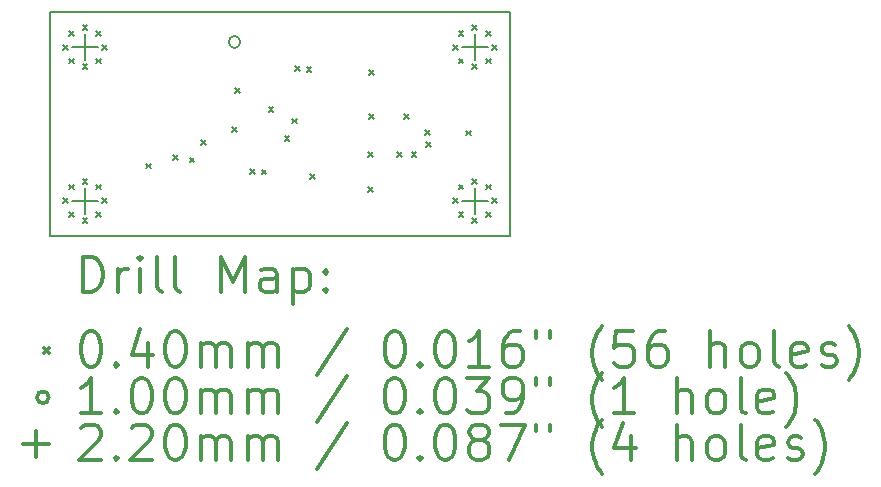
<source format=gbr>
%FSLAX45Y45*%
G04 Gerber Fmt 4.5, Leading zero omitted, Abs format (unit mm)*
G04 Created by KiCad (PCBNEW (5.1.5-0)) date 2022-04-01 08:47:12*
%MOMM*%
%LPD*%
G04 APERTURE LIST*
%TA.AperFunction,Profile*%
%ADD10C,0.150000*%
%TD*%
%ADD11C,0.200000*%
%ADD12C,0.300000*%
G04 APERTURE END LIST*
D10*
X10000000Y-8100000D02*
X13900000Y-8100000D01*
X10000000Y-10000000D02*
X10000000Y-8100000D01*
X13900000Y-10000000D02*
X10000000Y-10000000D01*
X13900000Y-8100000D02*
X13900000Y-10000000D01*
D11*
X10815000Y-9385000D02*
X10855000Y-9425000D01*
X10855000Y-9385000D02*
X10815000Y-9425000D01*
X11045000Y-9315000D02*
X11085000Y-9355000D01*
X11085000Y-9315000D02*
X11045000Y-9355000D01*
X11185000Y-9335000D02*
X11225000Y-9375000D01*
X11225000Y-9335000D02*
X11185000Y-9375000D01*
X11285000Y-9185000D02*
X11325000Y-9225000D01*
X11325000Y-9185000D02*
X11285000Y-9225000D01*
X11542500Y-9077500D02*
X11582500Y-9117500D01*
X11582500Y-9077500D02*
X11542500Y-9117500D01*
X11572500Y-8745000D02*
X11612500Y-8785000D01*
X11612500Y-8745000D02*
X11572500Y-8785000D01*
X11700181Y-9430181D02*
X11740181Y-9470181D01*
X11740181Y-9430181D02*
X11700181Y-9470181D01*
X11795000Y-9435000D02*
X11835000Y-9475000D01*
X11835000Y-9435000D02*
X11795000Y-9475000D01*
X11855000Y-8905000D02*
X11895000Y-8945000D01*
X11895000Y-8905000D02*
X11855000Y-8945000D01*
X11990000Y-9155000D02*
X12030000Y-9195000D01*
X12030000Y-9155000D02*
X11990000Y-9195000D01*
X12055000Y-9005000D02*
X12095000Y-9045000D01*
X12095000Y-9005000D02*
X12055000Y-9045000D01*
X12076809Y-8557355D02*
X12116809Y-8597355D01*
X12116809Y-8557355D02*
X12076809Y-8597355D01*
X12175000Y-8565000D02*
X12215000Y-8605000D01*
X12215000Y-8565000D02*
X12175000Y-8605000D01*
X12205000Y-9475000D02*
X12245000Y-9515000D01*
X12245000Y-9475000D02*
X12205000Y-9515000D01*
X12695000Y-9285000D02*
X12735000Y-9325000D01*
X12735000Y-9285000D02*
X12695000Y-9325000D01*
X12695000Y-9585000D02*
X12735000Y-9625000D01*
X12735000Y-9585000D02*
X12695000Y-9625000D01*
X12705000Y-8595000D02*
X12745000Y-8635000D01*
X12745000Y-8595000D02*
X12705000Y-8635000D01*
X12705000Y-8965000D02*
X12745000Y-9005000D01*
X12745000Y-8965000D02*
X12705000Y-9005000D01*
X12940001Y-9285000D02*
X12980001Y-9325000D01*
X12980001Y-9285000D02*
X12940001Y-9325000D01*
X13000000Y-8965000D02*
X13040000Y-9005000D01*
X13040000Y-8965000D02*
X13000000Y-9005000D01*
X13065001Y-9285000D02*
X13105001Y-9325000D01*
X13105001Y-9285000D02*
X13065001Y-9325000D01*
X13180000Y-9100000D02*
X13220000Y-9140000D01*
X13220000Y-9100000D02*
X13180000Y-9140000D01*
X13185000Y-9200000D02*
X13225000Y-9240000D01*
X13225000Y-9200000D02*
X13185000Y-9240000D01*
X13525000Y-9105000D02*
X13565000Y-9145000D01*
X13565000Y-9105000D02*
X13525000Y-9145000D01*
X13415000Y-8380000D02*
X13455000Y-8420000D01*
X13455000Y-8380000D02*
X13415000Y-8420000D01*
X13463327Y-8263327D02*
X13503327Y-8303327D01*
X13503327Y-8263327D02*
X13463327Y-8303327D01*
X13463327Y-8496673D02*
X13503327Y-8536673D01*
X13503327Y-8496673D02*
X13463327Y-8536673D01*
X13580000Y-8215000D02*
X13620000Y-8255000D01*
X13620000Y-8215000D02*
X13580000Y-8255000D01*
X13580000Y-8545000D02*
X13620000Y-8585000D01*
X13620000Y-8545000D02*
X13580000Y-8585000D01*
X13696673Y-8263327D02*
X13736673Y-8303327D01*
X13736673Y-8263327D02*
X13696673Y-8303327D01*
X13696673Y-8496673D02*
X13736673Y-8536673D01*
X13736673Y-8496673D02*
X13696673Y-8536673D01*
X13745000Y-8380000D02*
X13785000Y-8420000D01*
X13785000Y-8380000D02*
X13745000Y-8420000D01*
X10115000Y-9680000D02*
X10155000Y-9720000D01*
X10155000Y-9680000D02*
X10115000Y-9720000D01*
X10163327Y-9563327D02*
X10203327Y-9603327D01*
X10203327Y-9563327D02*
X10163327Y-9603327D01*
X10163327Y-9796673D02*
X10203327Y-9836673D01*
X10203327Y-9796673D02*
X10163327Y-9836673D01*
X10280000Y-9515000D02*
X10320000Y-9555000D01*
X10320000Y-9515000D02*
X10280000Y-9555000D01*
X10280000Y-9845000D02*
X10320000Y-9885000D01*
X10320000Y-9845000D02*
X10280000Y-9885000D01*
X10396673Y-9563327D02*
X10436673Y-9603327D01*
X10436673Y-9563327D02*
X10396673Y-9603327D01*
X10396673Y-9796673D02*
X10436673Y-9836673D01*
X10436673Y-9796673D02*
X10396673Y-9836673D01*
X10445000Y-9680000D02*
X10485000Y-9720000D01*
X10485000Y-9680000D02*
X10445000Y-9720000D01*
X10115000Y-8380000D02*
X10155000Y-8420000D01*
X10155000Y-8380000D02*
X10115000Y-8420000D01*
X10163327Y-8263327D02*
X10203327Y-8303327D01*
X10203327Y-8263327D02*
X10163327Y-8303327D01*
X10163327Y-8496673D02*
X10203327Y-8536673D01*
X10203327Y-8496673D02*
X10163327Y-8536673D01*
X10280000Y-8215000D02*
X10320000Y-8255000D01*
X10320000Y-8215000D02*
X10280000Y-8255000D01*
X10280000Y-8545000D02*
X10320000Y-8585000D01*
X10320000Y-8545000D02*
X10280000Y-8585000D01*
X10396673Y-8263327D02*
X10436673Y-8303327D01*
X10436673Y-8263327D02*
X10396673Y-8303327D01*
X10396673Y-8496673D02*
X10436673Y-8536673D01*
X10436673Y-8496673D02*
X10396673Y-8536673D01*
X10445000Y-8380000D02*
X10485000Y-8420000D01*
X10485000Y-8380000D02*
X10445000Y-8420000D01*
X13415000Y-9680000D02*
X13455000Y-9720000D01*
X13455000Y-9680000D02*
X13415000Y-9720000D01*
X13463327Y-9563327D02*
X13503327Y-9603327D01*
X13503327Y-9563327D02*
X13463327Y-9603327D01*
X13463327Y-9796673D02*
X13503327Y-9836673D01*
X13503327Y-9796673D02*
X13463327Y-9836673D01*
X13580000Y-9515000D02*
X13620000Y-9555000D01*
X13620000Y-9515000D02*
X13580000Y-9555000D01*
X13580000Y-9845000D02*
X13620000Y-9885000D01*
X13620000Y-9845000D02*
X13580000Y-9885000D01*
X13696673Y-9563327D02*
X13736673Y-9603327D01*
X13736673Y-9563327D02*
X13696673Y-9603327D01*
X13696673Y-9796673D02*
X13736673Y-9836673D01*
X13736673Y-9796673D02*
X13696673Y-9836673D01*
X13745000Y-9680000D02*
X13785000Y-9720000D01*
X13785000Y-9680000D02*
X13745000Y-9720000D01*
X11615000Y-8355000D02*
G75*
G03X11615000Y-8355000I-50000J0D01*
G01*
X13600000Y-8290000D02*
X13600000Y-8510000D01*
X13490000Y-8400000D02*
X13710000Y-8400000D01*
X10300000Y-9590000D02*
X10300000Y-9810000D01*
X10190000Y-9700000D02*
X10410000Y-9700000D01*
X10300000Y-8290000D02*
X10300000Y-8510000D01*
X10190000Y-8400000D02*
X10410000Y-8400000D01*
X13600000Y-9590000D02*
X13600000Y-9810000D01*
X13490000Y-9700000D02*
X13710000Y-9700000D01*
D12*
X10278928Y-10473214D02*
X10278928Y-10173214D01*
X10350357Y-10173214D01*
X10393214Y-10187500D01*
X10421786Y-10216072D01*
X10436071Y-10244643D01*
X10450357Y-10301786D01*
X10450357Y-10344643D01*
X10436071Y-10401786D01*
X10421786Y-10430357D01*
X10393214Y-10458929D01*
X10350357Y-10473214D01*
X10278928Y-10473214D01*
X10578928Y-10473214D02*
X10578928Y-10273214D01*
X10578928Y-10330357D02*
X10593214Y-10301786D01*
X10607500Y-10287500D01*
X10636071Y-10273214D01*
X10664643Y-10273214D01*
X10764643Y-10473214D02*
X10764643Y-10273214D01*
X10764643Y-10173214D02*
X10750357Y-10187500D01*
X10764643Y-10201786D01*
X10778928Y-10187500D01*
X10764643Y-10173214D01*
X10764643Y-10201786D01*
X10950357Y-10473214D02*
X10921786Y-10458929D01*
X10907500Y-10430357D01*
X10907500Y-10173214D01*
X11107500Y-10473214D02*
X11078928Y-10458929D01*
X11064643Y-10430357D01*
X11064643Y-10173214D01*
X11450357Y-10473214D02*
X11450357Y-10173214D01*
X11550357Y-10387500D01*
X11650357Y-10173214D01*
X11650357Y-10473214D01*
X11921786Y-10473214D02*
X11921786Y-10316072D01*
X11907500Y-10287500D01*
X11878928Y-10273214D01*
X11821786Y-10273214D01*
X11793214Y-10287500D01*
X11921786Y-10458929D02*
X11893214Y-10473214D01*
X11821786Y-10473214D01*
X11793214Y-10458929D01*
X11778928Y-10430357D01*
X11778928Y-10401786D01*
X11793214Y-10373214D01*
X11821786Y-10358929D01*
X11893214Y-10358929D01*
X11921786Y-10344643D01*
X12064643Y-10273214D02*
X12064643Y-10573214D01*
X12064643Y-10287500D02*
X12093214Y-10273214D01*
X12150357Y-10273214D01*
X12178928Y-10287500D01*
X12193214Y-10301786D01*
X12207500Y-10330357D01*
X12207500Y-10416072D01*
X12193214Y-10444643D01*
X12178928Y-10458929D01*
X12150357Y-10473214D01*
X12093214Y-10473214D01*
X12064643Y-10458929D01*
X12336071Y-10444643D02*
X12350357Y-10458929D01*
X12336071Y-10473214D01*
X12321786Y-10458929D01*
X12336071Y-10444643D01*
X12336071Y-10473214D01*
X12336071Y-10287500D02*
X12350357Y-10301786D01*
X12336071Y-10316072D01*
X12321786Y-10301786D01*
X12336071Y-10287500D01*
X12336071Y-10316072D01*
X9952500Y-10947500D02*
X9992500Y-10987500D01*
X9992500Y-10947500D02*
X9952500Y-10987500D01*
X10336071Y-10803214D02*
X10364643Y-10803214D01*
X10393214Y-10817500D01*
X10407500Y-10831786D01*
X10421786Y-10860357D01*
X10436071Y-10917500D01*
X10436071Y-10988929D01*
X10421786Y-11046072D01*
X10407500Y-11074643D01*
X10393214Y-11088929D01*
X10364643Y-11103214D01*
X10336071Y-11103214D01*
X10307500Y-11088929D01*
X10293214Y-11074643D01*
X10278928Y-11046072D01*
X10264643Y-10988929D01*
X10264643Y-10917500D01*
X10278928Y-10860357D01*
X10293214Y-10831786D01*
X10307500Y-10817500D01*
X10336071Y-10803214D01*
X10564643Y-11074643D02*
X10578928Y-11088929D01*
X10564643Y-11103214D01*
X10550357Y-11088929D01*
X10564643Y-11074643D01*
X10564643Y-11103214D01*
X10836071Y-10903214D02*
X10836071Y-11103214D01*
X10764643Y-10788929D02*
X10693214Y-11003214D01*
X10878928Y-11003214D01*
X11050357Y-10803214D02*
X11078928Y-10803214D01*
X11107500Y-10817500D01*
X11121786Y-10831786D01*
X11136071Y-10860357D01*
X11150357Y-10917500D01*
X11150357Y-10988929D01*
X11136071Y-11046072D01*
X11121786Y-11074643D01*
X11107500Y-11088929D01*
X11078928Y-11103214D01*
X11050357Y-11103214D01*
X11021786Y-11088929D01*
X11007500Y-11074643D01*
X10993214Y-11046072D01*
X10978928Y-10988929D01*
X10978928Y-10917500D01*
X10993214Y-10860357D01*
X11007500Y-10831786D01*
X11021786Y-10817500D01*
X11050357Y-10803214D01*
X11278928Y-11103214D02*
X11278928Y-10903214D01*
X11278928Y-10931786D02*
X11293214Y-10917500D01*
X11321786Y-10903214D01*
X11364643Y-10903214D01*
X11393214Y-10917500D01*
X11407500Y-10946072D01*
X11407500Y-11103214D01*
X11407500Y-10946072D02*
X11421786Y-10917500D01*
X11450357Y-10903214D01*
X11493214Y-10903214D01*
X11521786Y-10917500D01*
X11536071Y-10946072D01*
X11536071Y-11103214D01*
X11678928Y-11103214D02*
X11678928Y-10903214D01*
X11678928Y-10931786D02*
X11693214Y-10917500D01*
X11721786Y-10903214D01*
X11764643Y-10903214D01*
X11793214Y-10917500D01*
X11807500Y-10946072D01*
X11807500Y-11103214D01*
X11807500Y-10946072D02*
X11821786Y-10917500D01*
X11850357Y-10903214D01*
X11893214Y-10903214D01*
X11921786Y-10917500D01*
X11936071Y-10946072D01*
X11936071Y-11103214D01*
X12521786Y-10788929D02*
X12264643Y-11174643D01*
X12907500Y-10803214D02*
X12936071Y-10803214D01*
X12964643Y-10817500D01*
X12978928Y-10831786D01*
X12993214Y-10860357D01*
X13007500Y-10917500D01*
X13007500Y-10988929D01*
X12993214Y-11046072D01*
X12978928Y-11074643D01*
X12964643Y-11088929D01*
X12936071Y-11103214D01*
X12907500Y-11103214D01*
X12878928Y-11088929D01*
X12864643Y-11074643D01*
X12850357Y-11046072D01*
X12836071Y-10988929D01*
X12836071Y-10917500D01*
X12850357Y-10860357D01*
X12864643Y-10831786D01*
X12878928Y-10817500D01*
X12907500Y-10803214D01*
X13136071Y-11074643D02*
X13150357Y-11088929D01*
X13136071Y-11103214D01*
X13121786Y-11088929D01*
X13136071Y-11074643D01*
X13136071Y-11103214D01*
X13336071Y-10803214D02*
X13364643Y-10803214D01*
X13393214Y-10817500D01*
X13407500Y-10831786D01*
X13421786Y-10860357D01*
X13436071Y-10917500D01*
X13436071Y-10988929D01*
X13421786Y-11046072D01*
X13407500Y-11074643D01*
X13393214Y-11088929D01*
X13364643Y-11103214D01*
X13336071Y-11103214D01*
X13307500Y-11088929D01*
X13293214Y-11074643D01*
X13278928Y-11046072D01*
X13264643Y-10988929D01*
X13264643Y-10917500D01*
X13278928Y-10860357D01*
X13293214Y-10831786D01*
X13307500Y-10817500D01*
X13336071Y-10803214D01*
X13721786Y-11103214D02*
X13550357Y-11103214D01*
X13636071Y-11103214D02*
X13636071Y-10803214D01*
X13607500Y-10846072D01*
X13578928Y-10874643D01*
X13550357Y-10888929D01*
X13978928Y-10803214D02*
X13921786Y-10803214D01*
X13893214Y-10817500D01*
X13878928Y-10831786D01*
X13850357Y-10874643D01*
X13836071Y-10931786D01*
X13836071Y-11046072D01*
X13850357Y-11074643D01*
X13864643Y-11088929D01*
X13893214Y-11103214D01*
X13950357Y-11103214D01*
X13978928Y-11088929D01*
X13993214Y-11074643D01*
X14007500Y-11046072D01*
X14007500Y-10974643D01*
X13993214Y-10946072D01*
X13978928Y-10931786D01*
X13950357Y-10917500D01*
X13893214Y-10917500D01*
X13864643Y-10931786D01*
X13850357Y-10946072D01*
X13836071Y-10974643D01*
X14121786Y-10803214D02*
X14121786Y-10860357D01*
X14236071Y-10803214D02*
X14236071Y-10860357D01*
X14678928Y-11217500D02*
X14664643Y-11203214D01*
X14636071Y-11160357D01*
X14621786Y-11131786D01*
X14607500Y-11088929D01*
X14593214Y-11017500D01*
X14593214Y-10960357D01*
X14607500Y-10888929D01*
X14621786Y-10846072D01*
X14636071Y-10817500D01*
X14664643Y-10774643D01*
X14678928Y-10760357D01*
X14936071Y-10803214D02*
X14793214Y-10803214D01*
X14778928Y-10946072D01*
X14793214Y-10931786D01*
X14821786Y-10917500D01*
X14893214Y-10917500D01*
X14921786Y-10931786D01*
X14936071Y-10946072D01*
X14950357Y-10974643D01*
X14950357Y-11046072D01*
X14936071Y-11074643D01*
X14921786Y-11088929D01*
X14893214Y-11103214D01*
X14821786Y-11103214D01*
X14793214Y-11088929D01*
X14778928Y-11074643D01*
X15207500Y-10803214D02*
X15150357Y-10803214D01*
X15121786Y-10817500D01*
X15107500Y-10831786D01*
X15078928Y-10874643D01*
X15064643Y-10931786D01*
X15064643Y-11046072D01*
X15078928Y-11074643D01*
X15093214Y-11088929D01*
X15121786Y-11103214D01*
X15178928Y-11103214D01*
X15207500Y-11088929D01*
X15221786Y-11074643D01*
X15236071Y-11046072D01*
X15236071Y-10974643D01*
X15221786Y-10946072D01*
X15207500Y-10931786D01*
X15178928Y-10917500D01*
X15121786Y-10917500D01*
X15093214Y-10931786D01*
X15078928Y-10946072D01*
X15064643Y-10974643D01*
X15593214Y-11103214D02*
X15593214Y-10803214D01*
X15721786Y-11103214D02*
X15721786Y-10946072D01*
X15707500Y-10917500D01*
X15678928Y-10903214D01*
X15636071Y-10903214D01*
X15607500Y-10917500D01*
X15593214Y-10931786D01*
X15907500Y-11103214D02*
X15878928Y-11088929D01*
X15864643Y-11074643D01*
X15850357Y-11046072D01*
X15850357Y-10960357D01*
X15864643Y-10931786D01*
X15878928Y-10917500D01*
X15907500Y-10903214D01*
X15950357Y-10903214D01*
X15978928Y-10917500D01*
X15993214Y-10931786D01*
X16007500Y-10960357D01*
X16007500Y-11046072D01*
X15993214Y-11074643D01*
X15978928Y-11088929D01*
X15950357Y-11103214D01*
X15907500Y-11103214D01*
X16178928Y-11103214D02*
X16150357Y-11088929D01*
X16136071Y-11060357D01*
X16136071Y-10803214D01*
X16407500Y-11088929D02*
X16378928Y-11103214D01*
X16321786Y-11103214D01*
X16293214Y-11088929D01*
X16278928Y-11060357D01*
X16278928Y-10946072D01*
X16293214Y-10917500D01*
X16321786Y-10903214D01*
X16378928Y-10903214D01*
X16407500Y-10917500D01*
X16421786Y-10946072D01*
X16421786Y-10974643D01*
X16278928Y-11003214D01*
X16536071Y-11088929D02*
X16564643Y-11103214D01*
X16621786Y-11103214D01*
X16650357Y-11088929D01*
X16664643Y-11060357D01*
X16664643Y-11046072D01*
X16650357Y-11017500D01*
X16621786Y-11003214D01*
X16578928Y-11003214D01*
X16550357Y-10988929D01*
X16536071Y-10960357D01*
X16536071Y-10946072D01*
X16550357Y-10917500D01*
X16578928Y-10903214D01*
X16621786Y-10903214D01*
X16650357Y-10917500D01*
X16764643Y-11217500D02*
X16778928Y-11203214D01*
X16807500Y-11160357D01*
X16821786Y-11131786D01*
X16836071Y-11088929D01*
X16850357Y-11017500D01*
X16850357Y-10960357D01*
X16836071Y-10888929D01*
X16821786Y-10846072D01*
X16807500Y-10817500D01*
X16778928Y-10774643D01*
X16764643Y-10760357D01*
X9992500Y-11363500D02*
G75*
G03X9992500Y-11363500I-50000J0D01*
G01*
X10436071Y-11499214D02*
X10264643Y-11499214D01*
X10350357Y-11499214D02*
X10350357Y-11199214D01*
X10321786Y-11242071D01*
X10293214Y-11270643D01*
X10264643Y-11284929D01*
X10564643Y-11470643D02*
X10578928Y-11484929D01*
X10564643Y-11499214D01*
X10550357Y-11484929D01*
X10564643Y-11470643D01*
X10564643Y-11499214D01*
X10764643Y-11199214D02*
X10793214Y-11199214D01*
X10821786Y-11213500D01*
X10836071Y-11227786D01*
X10850357Y-11256357D01*
X10864643Y-11313500D01*
X10864643Y-11384929D01*
X10850357Y-11442071D01*
X10836071Y-11470643D01*
X10821786Y-11484929D01*
X10793214Y-11499214D01*
X10764643Y-11499214D01*
X10736071Y-11484929D01*
X10721786Y-11470643D01*
X10707500Y-11442071D01*
X10693214Y-11384929D01*
X10693214Y-11313500D01*
X10707500Y-11256357D01*
X10721786Y-11227786D01*
X10736071Y-11213500D01*
X10764643Y-11199214D01*
X11050357Y-11199214D02*
X11078928Y-11199214D01*
X11107500Y-11213500D01*
X11121786Y-11227786D01*
X11136071Y-11256357D01*
X11150357Y-11313500D01*
X11150357Y-11384929D01*
X11136071Y-11442071D01*
X11121786Y-11470643D01*
X11107500Y-11484929D01*
X11078928Y-11499214D01*
X11050357Y-11499214D01*
X11021786Y-11484929D01*
X11007500Y-11470643D01*
X10993214Y-11442071D01*
X10978928Y-11384929D01*
X10978928Y-11313500D01*
X10993214Y-11256357D01*
X11007500Y-11227786D01*
X11021786Y-11213500D01*
X11050357Y-11199214D01*
X11278928Y-11499214D02*
X11278928Y-11299214D01*
X11278928Y-11327786D02*
X11293214Y-11313500D01*
X11321786Y-11299214D01*
X11364643Y-11299214D01*
X11393214Y-11313500D01*
X11407500Y-11342071D01*
X11407500Y-11499214D01*
X11407500Y-11342071D02*
X11421786Y-11313500D01*
X11450357Y-11299214D01*
X11493214Y-11299214D01*
X11521786Y-11313500D01*
X11536071Y-11342071D01*
X11536071Y-11499214D01*
X11678928Y-11499214D02*
X11678928Y-11299214D01*
X11678928Y-11327786D02*
X11693214Y-11313500D01*
X11721786Y-11299214D01*
X11764643Y-11299214D01*
X11793214Y-11313500D01*
X11807500Y-11342071D01*
X11807500Y-11499214D01*
X11807500Y-11342071D02*
X11821786Y-11313500D01*
X11850357Y-11299214D01*
X11893214Y-11299214D01*
X11921786Y-11313500D01*
X11936071Y-11342071D01*
X11936071Y-11499214D01*
X12521786Y-11184929D02*
X12264643Y-11570643D01*
X12907500Y-11199214D02*
X12936071Y-11199214D01*
X12964643Y-11213500D01*
X12978928Y-11227786D01*
X12993214Y-11256357D01*
X13007500Y-11313500D01*
X13007500Y-11384929D01*
X12993214Y-11442071D01*
X12978928Y-11470643D01*
X12964643Y-11484929D01*
X12936071Y-11499214D01*
X12907500Y-11499214D01*
X12878928Y-11484929D01*
X12864643Y-11470643D01*
X12850357Y-11442071D01*
X12836071Y-11384929D01*
X12836071Y-11313500D01*
X12850357Y-11256357D01*
X12864643Y-11227786D01*
X12878928Y-11213500D01*
X12907500Y-11199214D01*
X13136071Y-11470643D02*
X13150357Y-11484929D01*
X13136071Y-11499214D01*
X13121786Y-11484929D01*
X13136071Y-11470643D01*
X13136071Y-11499214D01*
X13336071Y-11199214D02*
X13364643Y-11199214D01*
X13393214Y-11213500D01*
X13407500Y-11227786D01*
X13421786Y-11256357D01*
X13436071Y-11313500D01*
X13436071Y-11384929D01*
X13421786Y-11442071D01*
X13407500Y-11470643D01*
X13393214Y-11484929D01*
X13364643Y-11499214D01*
X13336071Y-11499214D01*
X13307500Y-11484929D01*
X13293214Y-11470643D01*
X13278928Y-11442071D01*
X13264643Y-11384929D01*
X13264643Y-11313500D01*
X13278928Y-11256357D01*
X13293214Y-11227786D01*
X13307500Y-11213500D01*
X13336071Y-11199214D01*
X13536071Y-11199214D02*
X13721786Y-11199214D01*
X13621786Y-11313500D01*
X13664643Y-11313500D01*
X13693214Y-11327786D01*
X13707500Y-11342071D01*
X13721786Y-11370643D01*
X13721786Y-11442071D01*
X13707500Y-11470643D01*
X13693214Y-11484929D01*
X13664643Y-11499214D01*
X13578928Y-11499214D01*
X13550357Y-11484929D01*
X13536071Y-11470643D01*
X13864643Y-11499214D02*
X13921786Y-11499214D01*
X13950357Y-11484929D01*
X13964643Y-11470643D01*
X13993214Y-11427786D01*
X14007500Y-11370643D01*
X14007500Y-11256357D01*
X13993214Y-11227786D01*
X13978928Y-11213500D01*
X13950357Y-11199214D01*
X13893214Y-11199214D01*
X13864643Y-11213500D01*
X13850357Y-11227786D01*
X13836071Y-11256357D01*
X13836071Y-11327786D01*
X13850357Y-11356357D01*
X13864643Y-11370643D01*
X13893214Y-11384929D01*
X13950357Y-11384929D01*
X13978928Y-11370643D01*
X13993214Y-11356357D01*
X14007500Y-11327786D01*
X14121786Y-11199214D02*
X14121786Y-11256357D01*
X14236071Y-11199214D02*
X14236071Y-11256357D01*
X14678928Y-11613500D02*
X14664643Y-11599214D01*
X14636071Y-11556357D01*
X14621786Y-11527786D01*
X14607500Y-11484929D01*
X14593214Y-11413500D01*
X14593214Y-11356357D01*
X14607500Y-11284929D01*
X14621786Y-11242071D01*
X14636071Y-11213500D01*
X14664643Y-11170643D01*
X14678928Y-11156357D01*
X14950357Y-11499214D02*
X14778928Y-11499214D01*
X14864643Y-11499214D02*
X14864643Y-11199214D01*
X14836071Y-11242071D01*
X14807500Y-11270643D01*
X14778928Y-11284929D01*
X15307500Y-11499214D02*
X15307500Y-11199214D01*
X15436071Y-11499214D02*
X15436071Y-11342071D01*
X15421786Y-11313500D01*
X15393214Y-11299214D01*
X15350357Y-11299214D01*
X15321786Y-11313500D01*
X15307500Y-11327786D01*
X15621786Y-11499214D02*
X15593214Y-11484929D01*
X15578928Y-11470643D01*
X15564643Y-11442071D01*
X15564643Y-11356357D01*
X15578928Y-11327786D01*
X15593214Y-11313500D01*
X15621786Y-11299214D01*
X15664643Y-11299214D01*
X15693214Y-11313500D01*
X15707500Y-11327786D01*
X15721786Y-11356357D01*
X15721786Y-11442071D01*
X15707500Y-11470643D01*
X15693214Y-11484929D01*
X15664643Y-11499214D01*
X15621786Y-11499214D01*
X15893214Y-11499214D02*
X15864643Y-11484929D01*
X15850357Y-11456357D01*
X15850357Y-11199214D01*
X16121786Y-11484929D02*
X16093214Y-11499214D01*
X16036071Y-11499214D01*
X16007500Y-11484929D01*
X15993214Y-11456357D01*
X15993214Y-11342071D01*
X16007500Y-11313500D01*
X16036071Y-11299214D01*
X16093214Y-11299214D01*
X16121786Y-11313500D01*
X16136071Y-11342071D01*
X16136071Y-11370643D01*
X15993214Y-11399214D01*
X16236071Y-11613500D02*
X16250357Y-11599214D01*
X16278928Y-11556357D01*
X16293214Y-11527786D01*
X16307500Y-11484929D01*
X16321786Y-11413500D01*
X16321786Y-11356357D01*
X16307500Y-11284929D01*
X16293214Y-11242071D01*
X16278928Y-11213500D01*
X16250357Y-11170643D01*
X16236071Y-11156357D01*
X9882500Y-11649500D02*
X9882500Y-11869500D01*
X9772500Y-11759500D02*
X9992500Y-11759500D01*
X10264643Y-11623786D02*
X10278928Y-11609500D01*
X10307500Y-11595214D01*
X10378928Y-11595214D01*
X10407500Y-11609500D01*
X10421786Y-11623786D01*
X10436071Y-11652357D01*
X10436071Y-11680929D01*
X10421786Y-11723786D01*
X10250357Y-11895214D01*
X10436071Y-11895214D01*
X10564643Y-11866643D02*
X10578928Y-11880929D01*
X10564643Y-11895214D01*
X10550357Y-11880929D01*
X10564643Y-11866643D01*
X10564643Y-11895214D01*
X10693214Y-11623786D02*
X10707500Y-11609500D01*
X10736071Y-11595214D01*
X10807500Y-11595214D01*
X10836071Y-11609500D01*
X10850357Y-11623786D01*
X10864643Y-11652357D01*
X10864643Y-11680929D01*
X10850357Y-11723786D01*
X10678928Y-11895214D01*
X10864643Y-11895214D01*
X11050357Y-11595214D02*
X11078928Y-11595214D01*
X11107500Y-11609500D01*
X11121786Y-11623786D01*
X11136071Y-11652357D01*
X11150357Y-11709500D01*
X11150357Y-11780929D01*
X11136071Y-11838071D01*
X11121786Y-11866643D01*
X11107500Y-11880929D01*
X11078928Y-11895214D01*
X11050357Y-11895214D01*
X11021786Y-11880929D01*
X11007500Y-11866643D01*
X10993214Y-11838071D01*
X10978928Y-11780929D01*
X10978928Y-11709500D01*
X10993214Y-11652357D01*
X11007500Y-11623786D01*
X11021786Y-11609500D01*
X11050357Y-11595214D01*
X11278928Y-11895214D02*
X11278928Y-11695214D01*
X11278928Y-11723786D02*
X11293214Y-11709500D01*
X11321786Y-11695214D01*
X11364643Y-11695214D01*
X11393214Y-11709500D01*
X11407500Y-11738071D01*
X11407500Y-11895214D01*
X11407500Y-11738071D02*
X11421786Y-11709500D01*
X11450357Y-11695214D01*
X11493214Y-11695214D01*
X11521786Y-11709500D01*
X11536071Y-11738071D01*
X11536071Y-11895214D01*
X11678928Y-11895214D02*
X11678928Y-11695214D01*
X11678928Y-11723786D02*
X11693214Y-11709500D01*
X11721786Y-11695214D01*
X11764643Y-11695214D01*
X11793214Y-11709500D01*
X11807500Y-11738071D01*
X11807500Y-11895214D01*
X11807500Y-11738071D02*
X11821786Y-11709500D01*
X11850357Y-11695214D01*
X11893214Y-11695214D01*
X11921786Y-11709500D01*
X11936071Y-11738071D01*
X11936071Y-11895214D01*
X12521786Y-11580929D02*
X12264643Y-11966643D01*
X12907500Y-11595214D02*
X12936071Y-11595214D01*
X12964643Y-11609500D01*
X12978928Y-11623786D01*
X12993214Y-11652357D01*
X13007500Y-11709500D01*
X13007500Y-11780929D01*
X12993214Y-11838071D01*
X12978928Y-11866643D01*
X12964643Y-11880929D01*
X12936071Y-11895214D01*
X12907500Y-11895214D01*
X12878928Y-11880929D01*
X12864643Y-11866643D01*
X12850357Y-11838071D01*
X12836071Y-11780929D01*
X12836071Y-11709500D01*
X12850357Y-11652357D01*
X12864643Y-11623786D01*
X12878928Y-11609500D01*
X12907500Y-11595214D01*
X13136071Y-11866643D02*
X13150357Y-11880929D01*
X13136071Y-11895214D01*
X13121786Y-11880929D01*
X13136071Y-11866643D01*
X13136071Y-11895214D01*
X13336071Y-11595214D02*
X13364643Y-11595214D01*
X13393214Y-11609500D01*
X13407500Y-11623786D01*
X13421786Y-11652357D01*
X13436071Y-11709500D01*
X13436071Y-11780929D01*
X13421786Y-11838071D01*
X13407500Y-11866643D01*
X13393214Y-11880929D01*
X13364643Y-11895214D01*
X13336071Y-11895214D01*
X13307500Y-11880929D01*
X13293214Y-11866643D01*
X13278928Y-11838071D01*
X13264643Y-11780929D01*
X13264643Y-11709500D01*
X13278928Y-11652357D01*
X13293214Y-11623786D01*
X13307500Y-11609500D01*
X13336071Y-11595214D01*
X13607500Y-11723786D02*
X13578928Y-11709500D01*
X13564643Y-11695214D01*
X13550357Y-11666643D01*
X13550357Y-11652357D01*
X13564643Y-11623786D01*
X13578928Y-11609500D01*
X13607500Y-11595214D01*
X13664643Y-11595214D01*
X13693214Y-11609500D01*
X13707500Y-11623786D01*
X13721786Y-11652357D01*
X13721786Y-11666643D01*
X13707500Y-11695214D01*
X13693214Y-11709500D01*
X13664643Y-11723786D01*
X13607500Y-11723786D01*
X13578928Y-11738071D01*
X13564643Y-11752357D01*
X13550357Y-11780929D01*
X13550357Y-11838071D01*
X13564643Y-11866643D01*
X13578928Y-11880929D01*
X13607500Y-11895214D01*
X13664643Y-11895214D01*
X13693214Y-11880929D01*
X13707500Y-11866643D01*
X13721786Y-11838071D01*
X13721786Y-11780929D01*
X13707500Y-11752357D01*
X13693214Y-11738071D01*
X13664643Y-11723786D01*
X13821786Y-11595214D02*
X14021786Y-11595214D01*
X13893214Y-11895214D01*
X14121786Y-11595214D02*
X14121786Y-11652357D01*
X14236071Y-11595214D02*
X14236071Y-11652357D01*
X14678928Y-12009500D02*
X14664643Y-11995214D01*
X14636071Y-11952357D01*
X14621786Y-11923786D01*
X14607500Y-11880929D01*
X14593214Y-11809500D01*
X14593214Y-11752357D01*
X14607500Y-11680929D01*
X14621786Y-11638071D01*
X14636071Y-11609500D01*
X14664643Y-11566643D01*
X14678928Y-11552357D01*
X14921786Y-11695214D02*
X14921786Y-11895214D01*
X14850357Y-11580929D02*
X14778928Y-11795214D01*
X14964643Y-11795214D01*
X15307500Y-11895214D02*
X15307500Y-11595214D01*
X15436071Y-11895214D02*
X15436071Y-11738071D01*
X15421786Y-11709500D01*
X15393214Y-11695214D01*
X15350357Y-11695214D01*
X15321786Y-11709500D01*
X15307500Y-11723786D01*
X15621786Y-11895214D02*
X15593214Y-11880929D01*
X15578928Y-11866643D01*
X15564643Y-11838071D01*
X15564643Y-11752357D01*
X15578928Y-11723786D01*
X15593214Y-11709500D01*
X15621786Y-11695214D01*
X15664643Y-11695214D01*
X15693214Y-11709500D01*
X15707500Y-11723786D01*
X15721786Y-11752357D01*
X15721786Y-11838071D01*
X15707500Y-11866643D01*
X15693214Y-11880929D01*
X15664643Y-11895214D01*
X15621786Y-11895214D01*
X15893214Y-11895214D02*
X15864643Y-11880929D01*
X15850357Y-11852357D01*
X15850357Y-11595214D01*
X16121786Y-11880929D02*
X16093214Y-11895214D01*
X16036071Y-11895214D01*
X16007500Y-11880929D01*
X15993214Y-11852357D01*
X15993214Y-11738071D01*
X16007500Y-11709500D01*
X16036071Y-11695214D01*
X16093214Y-11695214D01*
X16121786Y-11709500D01*
X16136071Y-11738071D01*
X16136071Y-11766643D01*
X15993214Y-11795214D01*
X16250357Y-11880929D02*
X16278928Y-11895214D01*
X16336071Y-11895214D01*
X16364643Y-11880929D01*
X16378928Y-11852357D01*
X16378928Y-11838071D01*
X16364643Y-11809500D01*
X16336071Y-11795214D01*
X16293214Y-11795214D01*
X16264643Y-11780929D01*
X16250357Y-11752357D01*
X16250357Y-11738071D01*
X16264643Y-11709500D01*
X16293214Y-11695214D01*
X16336071Y-11695214D01*
X16364643Y-11709500D01*
X16478928Y-12009500D02*
X16493214Y-11995214D01*
X16521786Y-11952357D01*
X16536071Y-11923786D01*
X16550357Y-11880929D01*
X16564643Y-11809500D01*
X16564643Y-11752357D01*
X16550357Y-11680929D01*
X16536071Y-11638071D01*
X16521786Y-11609500D01*
X16493214Y-11566643D01*
X16478928Y-11552357D01*
M02*

</source>
